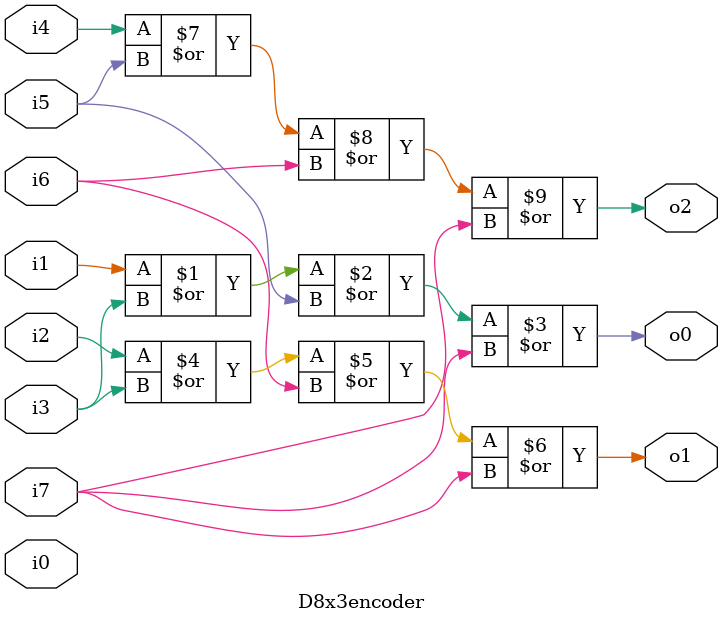
<source format=v>
`timescale 1ns / 1ps
/*
module D8x3encoder(o,i
    );
input [7:0]i;
output[2:0]o;
wire  [2:0]o;
assign o[0]=i[1]|i[3]|i[5]|i[7];
assign o[1]=i[2]|i[3]|i[6]|i[7];
assign o[2]=i[4]|i[5]|i[6]|i[7];
endmodule
*/


module D8x3encoder(o0,o1,o2,i0,i1,i2,i3,i4,i5,i6,i7
    );
input i0,i1,i2,i3,i4,i5,i6,i7;
output o0,o1,o2;
wire o0,o1,o2;
assign o0=i1|i3|i5|i7;
assign o1=i2|i3|i6|i7;
assign o2=i4|i5|i6|i7;
endmodule

</source>
